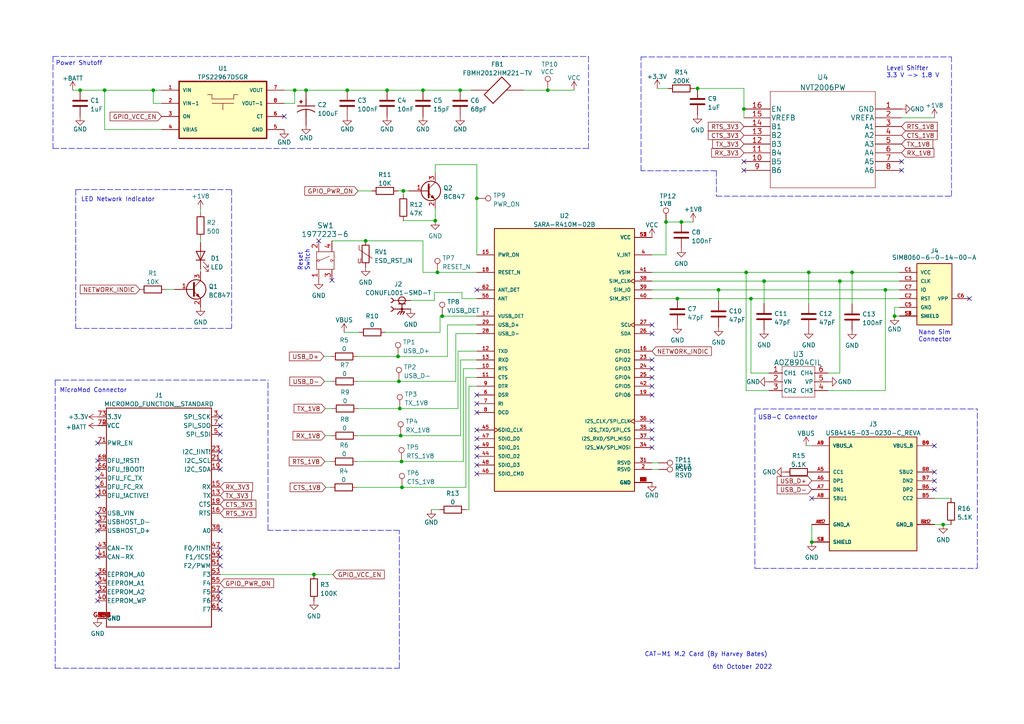
<source format=kicad_sch>
(kicad_sch (version 20211123) (generator eeschema)
  (paper "A4")
  (junction (at 116.967 55.372))
  (junction (at 208.407 84.074))
  (junction (at 106.045 69.85))
  (junction (at 158.877 26.162))
  (junction (at 115.697 110.617))
  (junction (at 85.471 26.162))
  (junction (at 116.205 126.365))
  (junction (at 126.238 64.008))
  (junction (at 128.27 91.694))
  (junction (at 23.241 26.162))
  (junction (at 234.569 78.994))
  (junction (at 235.458 157.226))
  (junction (at 126.873 78.994))
  (junction (at 273.558 152.146))
  (junction (at 133.477 26.162))
  (junction (at 243.586 81.534))
  (junction (at 44.45 26.162))
  (junction (at 196.469 86.614))
  (junction (at 122.682 26.162))
  (junction (at 202.311 25.654))
  (junction (at 100.711 26.162))
  (junction (at 91.059 166.624))
  (junction (at 197.612 64.389))
  (junction (at 116.459 133.858))
  (junction (at 193.167 64.389))
  (junction (at 115.443 103.378))
  (junction (at 30.353 26.162))
  (junction (at 138.303 57.531))
  (junction (at 115.951 118.491))
  (junction (at 215.773 31.623))
  (junction (at 259.461 91.694))
  (junction (at 217.805 86.614))
  (junction (at 247.142 78.994))
  (junction (at 216.408 78.994))
  (junction (at 256.794 84.074))
  (junction (at 88.773 26.162))
  (junction (at 112.268 26.162))
  (junction (at 116.586 141.351))
  (junction (at 221.615 81.534))
  (no_connect (at 215.773 49.403))
  (no_connect (at 215.773 46.863))
  (no_connect (at 261.493 49.403))
  (no_connect (at 261.493 46.863))
  (no_connect (at 235.458 144.526))
  (no_connect (at 138.303 84.074))
  (no_connect (at 189.103 104.394))
  (no_connect (at 189.103 114.554))
  (no_connect (at 189.103 106.934))
  (no_connect (at 189.103 109.474))
  (no_connect (at 63.881 136.144))
  (no_connect (at 63.881 133.604))
  (no_connect (at 63.881 125.984))
  (no_connect (at 63.881 120.904))
  (no_connect (at 63.881 123.444))
  (no_connect (at 63.881 131.064))
  (no_connect (at 28.321 128.524))
  (no_connect (at 28.321 133.604))
  (no_connect (at 63.881 161.544))
  (no_connect (at 63.881 176.784))
  (no_connect (at 63.881 164.084))
  (no_connect (at 63.881 159.004))
  (no_connect (at 63.881 153.924))
  (no_connect (at 189.103 94.234))
  (no_connect (at 92.456 69.85))
  (no_connect (at 96.266 81.28))
  (no_connect (at 189.103 122.174))
  (no_connect (at 189.103 124.714))
  (no_connect (at 189.103 127.254))
  (no_connect (at 189.103 129.794))
  (no_connect (at 281.178 86.614))
  (no_connect (at 63.881 174.244))
  (no_connect (at 63.881 171.704))
  (no_connect (at 189.103 96.774))
  (no_connect (at 138.303 132.334))
  (no_connect (at 138.303 124.714))
  (no_connect (at 138.303 134.874))
  (no_connect (at 138.303 129.794))
  (no_connect (at 138.303 127.254))
  (no_connect (at 138.303 137.414))
  (no_connect (at 189.103 112.014))
  (no_connect (at 28.321 148.844))
  (no_connect (at 28.321 153.924))
  (no_connect (at 28.321 143.764))
  (no_connect (at 28.321 151.384))
  (no_connect (at 28.321 169.164))
  (no_connect (at 28.321 171.704))
  (no_connect (at 28.321 174.244))
  (no_connect (at 28.321 141.224))
  (no_connect (at 28.321 136.144))
  (no_connect (at 28.321 138.684))
  (no_connect (at 28.321 161.544))
  (no_connect (at 28.321 159.004))
  (no_connect (at 28.321 166.624))
  (no_connect (at 138.303 114.554))
  (no_connect (at 138.303 117.094))
  (no_connect (at 138.303 119.634))
  (no_connect (at 271.018 136.906))
  (no_connect (at 271.018 139.446))
  (no_connect (at 271.018 129.286))
  (no_connect (at 271.018 141.986))
  (no_connect (at 82.423 33.782))
  (polyline (pts (xy 16.002 110.236) (xy 77.724 110.236)))
  (wire (pts (xy 126.873 78.994) (xy 122.682 78.994)))
  (wire (pts (xy 23.241 26.162) (xy 30.353 26.162)))
  (wire (pts (xy 116.205 126.365) (xy 133.604 126.365)))
  (wire (pts (xy 216.408 78.994) (xy 234.569 78.994)))
  (wire (pts (xy 103.759 126.365) (xy 116.205 126.365)))
  (polyline (pts (xy 275.971 56.896) (xy 275.971 16.51)))
  (wire (pts (xy 126.238 47.752) (xy 126.238 50.292)))
  (wire (pts (xy 119.126 87.122) (xy 125.984 87.122)))
  (wire (pts (xy 106.045 69.85) (xy 122.682 69.85)))
  (wire (pts (xy 189.103 73.914) (xy 193.167 73.914)))
  (polyline (pts (xy 21.971 54.991) (xy 21.971 95.25)))
  (polyline (pts (xy 207.772 49.53) (xy 185.928 49.53)))
  (wire (pts (xy 132.207 96.774) (xy 138.303 96.774)))
  (wire (pts (xy 216.408 78.994) (xy 216.408 113.284)))
  (wire (pts (xy 128.27 91.694) (xy 138.303 91.694)))
  (wire (pts (xy 126.238 47.752) (xy 138.303 47.752)))
  (wire (pts (xy 256.794 84.074) (xy 256.794 113.284)))
  (wire (pts (xy 158.877 26.162) (xy 166.497 26.162)))
  (wire (pts (xy 196.469 86.614) (xy 217.805 86.614)))
  (polyline (pts (xy 15.367 16.383) (xy 146.177 16.383)))
  (wire (pts (xy 234.569 78.994) (xy 234.569 88.011)))
  (wire (pts (xy 189.103 84.074) (xy 208.407 84.074)))
  (wire (pts (xy 125.984 84.836) (xy 133.985 84.836)))
  (wire (pts (xy 94.361 126.365) (xy 96.139 126.365)))
  (wire (pts (xy 256.794 84.074) (xy 260.858 84.074)))
  (wire (pts (xy 103.759 110.617) (xy 115.697 110.617)))
  (wire (pts (xy 116.586 141.351) (xy 135.128 141.351)))
  (wire (pts (xy 94.234 133.858) (xy 96.012 133.858)))
  (wire (pts (xy 208.407 84.074) (xy 208.407 87.249)))
  (wire (pts (xy 44.45 26.162) (xy 46.863 26.162)))
  (wire (pts (xy 189.103 136.144) (xy 191.008 136.144)))
  (wire (pts (xy 103.886 118.491) (xy 115.951 118.491)))
  (wire (pts (xy 58.166 69.215) (xy 58.166 70.358)))
  (wire (pts (xy 133.985 86.614) (xy 138.303 86.614)))
  (wire (pts (xy 134.366 133.858) (xy 134.366 106.934)))
  (wire (pts (xy 217.805 86.614) (xy 260.858 86.614)))
  (wire (pts (xy 138.303 73.914) (xy 138.303 57.531)))
  (polyline (pts (xy 115.824 153.797) (xy 77.724 153.797)))
  (wire (pts (xy 93.98 103.378) (xy 96.012 103.378)))
  (wire (pts (xy 125.095 147.828) (xy 127.508 147.828)))
  (polyline (pts (xy 207.772 56.896) (xy 275.971 56.896)))
  (polyline (pts (xy 218.948 118.618) (xy 283.464 118.618)))
  (wire (pts (xy 63.881 166.624) (xy 91.059 166.624)))
  (wire (pts (xy 46.863 29.972) (xy 44.45 29.972)))
  (polyline (pts (xy 15.367 16.383) (xy 15.367 43.053)))
  (wire (pts (xy 115.443 103.378) (xy 129.794 103.378)))
  (wire (pts (xy 189.103 81.534) (xy 221.615 81.534)))
  (wire (pts (xy 116.459 133.858) (xy 134.366 133.858)))
  (polyline (pts (xy 207.772 49.53) (xy 207.772 56.896)))
  (wire (pts (xy 216.408 113.284) (xy 223.012 113.284)))
  (wire (pts (xy 132.842 118.491) (xy 132.842 101.854)))
  (wire (pts (xy 201.422 25.654) (xy 202.311 25.654)))
  (polyline (pts (xy 67.183 54.991) (xy 67.183 95.25)))
  (polyline (pts (xy 21.971 95.25) (xy 67.183 95.25)))
  (polyline (pts (xy 170.688 16.383) (xy 170.688 43.053)))
  (polyline (pts (xy 185.928 16.51) (xy 275.971 16.51)))
  (wire (pts (xy 271.018 152.146) (xy 273.558 152.146)))
  (polyline (pts (xy 16.002 110.236) (xy 16.002 193.802)))
  (wire (pts (xy 100.711 26.162) (xy 112.268 26.162)))
  (wire (pts (xy 127.635 91.694) (xy 128.27 91.694)))
  (wire (pts (xy 85.471 29.972) (xy 85.471 26.162)))
  (wire (pts (xy 30.353 37.592) (xy 30.353 26.162)))
  (wire (pts (xy 208.407 84.074) (xy 256.794 84.074)))
  (wire (pts (xy 103.886 55.372) (xy 107.823 55.372)))
  (polyline (pts (xy 185.928 49.53) (xy 185.928 16.51)))
  (wire (pts (xy 261.493 34.163) (xy 271.018 34.163)))
  (polyline (pts (xy 283.464 164.846) (xy 283.464 118.618)))
  (wire (pts (xy 247.142 78.994) (xy 247.142 88.138)))
  (wire (pts (xy 94.488 141.351) (xy 95.885 141.351)))
  (wire (pts (xy 235.458 152.146) (xy 235.458 157.226)))
  (wire (pts (xy 189.103 134.239) (xy 191.008 134.239)))
  (wire (pts (xy 215.773 25.654) (xy 215.773 31.623)))
  (wire (pts (xy 233.807 129.286) (xy 235.458 129.286)))
  (wire (pts (xy 116.967 64.008) (xy 126.238 64.008)))
  (wire (pts (xy 103.505 141.351) (xy 116.586 141.351)))
  (wire (pts (xy 133.604 126.365) (xy 133.604 104.394)))
  (polyline (pts (xy 67.056 54.991) (xy 21.971 54.991)))
  (wire (pts (xy 243.586 81.534) (xy 260.858 81.534)))
  (wire (pts (xy 136.017 112.014) (xy 138.303 112.014)))
  (wire (pts (xy 122.682 78.994) (xy 122.682 69.85)))
  (wire (pts (xy 221.615 81.534) (xy 221.615 88.011)))
  (wire (pts (xy 190.627 25.654) (xy 193.802 25.654)))
  (wire (pts (xy 259.461 89.154) (xy 260.858 89.154)))
  (wire (pts (xy 111.76 96.393) (xy 127.635 96.393)))
  (wire (pts (xy 134.366 106.934) (xy 138.303 106.934)))
  (wire (pts (xy 132.207 110.617) (xy 132.207 96.774)))
  (wire (pts (xy 273.558 152.146) (xy 275.844 152.146)))
  (wire (pts (xy 133.985 84.836) (xy 133.985 86.614)))
  (wire (pts (xy 217.805 86.614) (xy 217.805 108.204)))
  (wire (pts (xy 271.018 144.526) (xy 275.844 144.526)))
  (wire (pts (xy 234.569 78.994) (xy 247.142 78.994)))
  (wire (pts (xy 217.805 108.204) (xy 223.012 108.204)))
  (polyline (pts (xy 16.002 193.802) (xy 115.824 193.802)))
  (wire (pts (xy 240.157 108.204) (xy 243.586 108.204)))
  (wire (pts (xy 21.082 26.162) (xy 23.241 26.162)))
  (wire (pts (xy 127.635 96.393) (xy 127.635 91.694)))
  (wire (pts (xy 133.604 104.394) (xy 138.303 104.394)))
  (polyline (pts (xy 15.367 43.053) (xy 146.177 43.053)))
  (polyline (pts (xy 115.824 193.802) (xy 115.824 153.797)))
  (wire (pts (xy 259.461 91.694) (xy 260.858 91.694)))
  (wire (pts (xy 202.311 25.654) (xy 215.773 25.654)))
  (wire (pts (xy 247.142 78.994) (xy 260.858 78.994)))
  (wire (pts (xy 116.967 55.372) (xy 118.618 55.372)))
  (wire (pts (xy 58.166 60.579) (xy 58.166 61.595)))
  (wire (pts (xy 44.45 29.972) (xy 44.45 26.162)))
  (wire (pts (xy 221.615 81.534) (xy 243.586 81.534)))
  (wire (pts (xy 135.128 141.351) (xy 135.128 109.474)))
  (wire (pts (xy 82.423 29.972) (xy 85.471 29.972)))
  (wire (pts (xy 96.266 69.85) (xy 106.045 69.85)))
  (polyline (pts (xy 218.948 118.618) (xy 218.948 164.846)))
  (polyline (pts (xy 170.688 43.053) (xy 161.29 43.053)))
  (wire (pts (xy 94.361 118.491) (xy 96.266 118.491)))
  (wire (pts (xy 30.353 37.592) (xy 46.863 37.592)))
  (wire (pts (xy 82.423 26.162) (xy 85.471 26.162)))
  (wire (pts (xy 256.794 113.284) (xy 240.157 113.284)))
  (wire (pts (xy 215.773 31.623) (xy 215.773 34.163)))
  (wire (pts (xy 133.477 26.162) (xy 136.652 26.162)))
  (wire (pts (xy 99.822 96.393) (xy 104.14 96.393)))
  (wire (pts (xy 151.892 26.162) (xy 158.877 26.162)))
  (wire (pts (xy 129.794 103.378) (xy 129.794 94.234)))
  (polyline (pts (xy 145.669 16.383) (xy 161.29 16.383)))
  (wire (pts (xy 115.951 118.491) (xy 132.842 118.491)))
  (wire (pts (xy 193.167 64.389) (xy 197.612 64.389)))
  (wire (pts (xy 138.303 57.531) (xy 138.303 47.752)))
  (polyline (pts (xy 161.417 16.383) (xy 170.688 16.383)))
  (wire (pts (xy 122.682 26.162) (xy 133.477 26.162)))
  (wire (pts (xy 103.632 103.378) (xy 115.443 103.378)))
  (wire (pts (xy 138.303 78.994) (xy 126.873 78.994)))
  (polyline (pts (xy 77.724 153.797) (xy 77.724 110.236)))
  (wire (pts (xy 259.461 89.154) (xy 259.461 91.694)))
  (wire (pts (xy 193.167 64.389) (xy 193.167 73.914)))
  (polyline (pts (xy 161.29 43.053) (xy 145.669 43.053)))
  (wire (pts (xy 129.794 94.234) (xy 138.303 94.234)))
  (wire (pts (xy 125.984 87.122) (xy 125.984 84.836)))
  (wire (pts (xy 115.443 55.372) (xy 116.967 55.372)))
  (wire (pts (xy 88.773 26.162) (xy 100.711 26.162)))
  (wire (pts (xy 126.238 64.008) (xy 126.238 60.452)))
  (wire (pts (xy 91.059 166.624) (xy 96.52 166.624)))
  (wire (pts (xy 48.133 83.947) (xy 50.546 83.947)))
  (wire (pts (xy 132.842 101.854) (xy 138.303 101.854)))
  (wire (pts (xy 197.612 64.389) (xy 201.041 64.389)))
  (wire (pts (xy 85.471 26.162) (xy 88.773 26.162)))
  (wire (pts (xy 58.166 77.978) (xy 58.166 78.867)))
  (polyline (pts (xy 218.948 164.846) (xy 283.464 164.846)))
  (wire (pts (xy 30.353 26.162) (xy 44.45 26.162)))
  (wire (pts (xy 135.128 147.828) (xy 136.017 147.828)))
  (wire (pts (xy 243.586 81.534) (xy 243.586 108.204)))
  (wire (pts (xy 189.103 78.994) (xy 216.408 78.994)))
  (wire (pts (xy 189.103 86.614) (xy 196.469 86.614)))
  (wire (pts (xy 136.017 147.828) (xy 136.017 112.014)))
  (wire (pts (xy 112.268 26.162) (xy 122.682 26.162)))
  (wire (pts (xy 94.107 110.617) (xy 96.139 110.617)))
  (wire (pts (xy 103.632 133.858) (xy 116.459 133.858)))
  (wire (pts (xy 135.128 109.474) (xy 138.303 109.474)))
  (wire (pts (xy 115.697 110.617) (xy 132.207 110.617)))
  (wire (pts (xy 116.967 55.372) (xy 116.967 56.388)))
  (text "MicroMod Connector" (at 17.272 114.046 0) (effects (font (size 1.27 1.27)) (justify left bottom)))
  (text "LED Network Indicator" (at 23.495 58.674 0) (effects (font (size 1.27 1.27)) (justify left bottom)))
  (text "Nano Sim \nConnector" (at 266.319 99.314 0) (effects (font (size 1.27 1.27)) (justify left bottom)))
  (text "USB-C Connector" (at 219.837 121.92 0) (effects (font (size 1.27 1.27)) (justify left bottom)))
  (text "CAT-M1 M.2 Card (By Harvey Bates)" (at 186.944 190.627 0) (effects (font (size 1.27 1.27)) (justify left bottom)))
  (text "6th October 2022" (at 206.629 194.31 0) (effects (font (size 1.27 1.27)) (justify left bottom)))
  (text "Reset\nSwitch" (at 89.916 78.613 90) (effects (font (size 1.27 1.27)) (justify left bottom)))
  (text "Level Shifter\n3.3 V -> 1.8 V" (at 257.048 22.733 0) (effects (font (size 1.27 1.27)) (justify left bottom)))
  (text "Power Shutoff" (at 16.129 19.177 0) (effects (font (size 1.27 1.27)) (justify left bottom)))
  (global_label "GPIO_VCC_EN" (shape input) (at 96.52 166.624 0) (property "Intersheet References" "${INTERSHEET_REFS}" (effects hide)))
  (global_label "TX_3V3" (shape input) (at 63.881 143.764 0) (property "Intersheet References" "${INTERSHEET_REFS}" (effects hide)))
  (global_label "RX_1V8" (shape input) (at 94.361 126.365 180) (property "Intersheet References" "${INTERSHEET_REFS}" (effects hide)))
  (global_label "TX_3V3" (shape input) (at 215.773 41.783 180) (property "Intersheet References" "${INTERSHEET_REFS}" (effects hide)))
  (global_label "CTS_3V3" (shape input) (at 63.881 146.304 0) (property "Intersheet References" "${INTERSHEET_REFS}" (effects hide)))
  (global_label "NETWORK_INDIC" (shape input) (at 40.513 83.947 180) (property "Intersheet References" "${INTERSHEET_REFS}" (effects hide)))
  (global_label "USB_D-" (shape input) (at 94.107 110.617 180) (property "Intersheet References" "${INTERSHEET_REFS}" (effects hide)))
  (global_label "GPIO_PWR_ON" (shape input) (at 63.881 169.164 0) (property "Intersheet References" "${INTERSHEET_REFS}" (effects hide)))
  (global_label "RTS_1V8" (shape input) (at 94.234 133.858 180) (property "Intersheet References" "${INTERSHEET_REFS}" (effects hide)))
  (global_label "RX_3V3" (shape input) (at 215.773 44.323 180) (property "Intersheet References" "${INTERSHEET_REFS}" (effects hide)))
  (global_label "RTS_3V3" (shape input) (at 215.773 36.703 180) (property "Intersheet References" "${INTERSHEET_REFS}" (effects hide)))
  (global_label "NETWORK_INDIC" (shape input) (at 189.103 101.854 0) (property "Intersheet References" "${INTERSHEET_REFS}" (effects hide)))
  (global_label "USB_D-" (shape input) (at 235.458 141.986 180) (property "Intersheet References" "${INTERSHEET_REFS}" (effects hide)))
  (global_label "CTS_1V8" (shape input) (at 94.488 141.351 180) (property "Intersheet References" "${INTERSHEET_REFS}" (effects hide)))
  (global_label "TX_1V8" (shape input) (at 261.493 41.783 0) (property "Intersheet References" "${INTERSHEET_REFS}" (effects hide)))
  (global_label "USB_D+" (shape input) (at 235.458 139.446 180) (property "Intersheet References" "${INTERSHEET_REFS}" (effects hide)))
  (global_label "TX_1V8" (shape input) (at 94.361 118.491 180) (property "Intersheet References" "${INTERSHEET_REFS}" (effects hide)))
  (global_label "RTS_3V3" (shape input) (at 63.881 148.844 0) (property "Intersheet References" "${INTERSHEET_REFS}" (effects hide)))
  (global_label "RX_3V3" (shape input) (at 63.881 141.224 0) (property "Intersheet References" "${INTERSHEET_REFS}" (effects hide)))
  (global_label "GPIO_VCC_EN" (shape input) (at 46.863 33.782 180) (property "Intersheet References" "${INTERSHEET_REFS}" (effects hide)))
  (global_label "GPIO_PWR_ON" (shape input) (at 103.886 55.372 180) (property "Intersheet References" "${INTERSHEET_REFS}" (effects hide)))
  (global_label "USB_D+" (shape input) (at 93.98 103.378 180) (property "Intersheet References" "${INTERSHEET_REFS}" (effects hide)))
  (global_label "CTS_1V8" (shape input) (at 261.493 39.243 0) (property "Intersheet References" "${INTERSHEET_REFS}" (effects hide)))
  (global_label "RTS_1V8" (shape input) (at 261.493 36.703 0) (property "Intersheet References" "${INTERSHEET_REFS}" (effects hide)))
  (global_label "CTS_3V3" (shape input) (at 215.773 39.243 180) (property "Intersheet References" "${INTERSHEET_REFS}" (effects hide)))
  (global_label "RX_1V8" (shape input) (at 261.493 44.323 0) (property "Intersheet References" "${INTERSHEET_REFS}" (effects hide)))
  (symbol (lib_id "power:GND") (at 106.045 77.47 0) (unit 1)
    (property "Reference" "#PWR014" (effects hide))
    (property "Value" "GND" (at 106.045 81.9134 0))
  )
  (symbol (lib_id "power:GND") (at 100.711 33.782 0) (unit 1)
    (property "Reference" "#PWR013" (effects hide))
    (property "Value" "GND" (at 102.743 37.465 0) (effects (justify right)))
  )
  (symbol (lib_id "power:GND") (at 58.166 89.027 0) (unit 1)
    (property "Reference" "#PWR07" (effects hide))
    (property "Value" "GND" (at 58.166 93.4704 0))
  )
  (symbol (lib_id "power:GND") (at 197.612 72.009 0) (unit 1)
    (property "Reference" "#PWR026" (effects hide))
    (property "Value" "GND" (at 197.612 76.4524 0))
  )
  (symbol (lib_id "Connector:TestPoint") (at 116.205 126.365 0) (unit 1)
    (property "Reference" "TP4" (at 117.602 122.2283 0) (effects (justify left)))
    (property "Value" "RX_1V8" (at 117.602 124.7652 0) (effects (justify left)))
    (property "Footprint" "TestPoint:TestPoint_Pad_D1.0mm" (effects hide))
  )
  (symbol (lib_id "Device:R") (at 131.318 147.828 90) (unit 1)
    (property "Reference" "R13" (at 131.318 143.1122 90))
    (property "Value" "0" (at 131.318 145.6491 90))
    (property "Footprint" "Resistor_SMD:R_0805_2012Metric" (effects hide))
  )
  (symbol (lib_id "power:VCC") (at 166.497 26.162 0) (unit 1)
    (property "Reference" "#PWR021" (effects hide))
    (property "Value" "VCC" (at 166.497 22.5862 0))
  )
  (symbol (lib_id "SIM8060-6-0-14-00-A:SIM8060-6-0-14-00-A") (at 271.018 84.074 0) (unit 1)
    (property "Reference" "J4" (at 269.875 72.771 0) (effects (justify left)))
    (property "Value" "SIM8060-6-0-14-00-A" (at 258.699 74.676 0) (effects (justify left)))
    (property "Footprint" "SIM8060-6-0-14-00-A:GCT_SIM8060-6-0-14-00-A" (effects hide))
    (property "DESCRIPTION" "SIM8060 is a hinged Sim Card Connector. With 6 contacts, with switch for card detection. Profile above PCB is 1.43mm." (effects hide))
    (property "PACKAGE" "Package Analog Devices" (effects hide))
    (property "MF" "Global Connector Technology" (effects hide))
    (property "MP" "SIM8060-6-0-14-00-A" (effects hide))
  )
  (symbol (lib_id "Connector:TestPoint") (at 193.167 64.389 0) (unit 1)
    (property "Reference" "TP12" (at 191.262 56.896 0) (effects (justify left)))
    (property "Value" "1V8" (at 191.135 59.055 0) (effects (justify left)))
    (property "Footprint" "TestPoint:TestPoint_Pad_D1.0mm" (effects hide))
  )
  (symbol (lib_id "power:+3.3V") (at 28.321 120.904 90) (unit 1)
    (property "Reference" "#PWR03" (effects hide))
    (property "Value" "+3.3V" (at 25.654 120.904 90) (effects (justify left)))
  )
  (symbol (lib_id "Device:R") (at 44.323 83.947 270) (unit 1)
    (property "Reference" "R1" (at 44.323 79.2312 90))
    (property "Value" "10K" (at 44.323 81.7681 90))
    (property "Footprint" "Resistor_SMD:R_0805_2012Metric" (effects hide))
  )
  (symbol (lib_id "power:VBUS") (at 233.807 129.286 0) (unit 1)
    (property "Reference" "#PWR033" (effects hide))
    (property "Value" "VBUS" (at 233.807 125.7102 0))
  )
  (symbol (lib_id "Transistor_BJT:BC847") (at 55.626 83.947 0) (unit 1)
    (property "Reference" "Q1" (at 60.4774 83.1123 0) (effects (justify left)))
    (property "Value" "BC847" (at 60.4774 85.6492 0) (effects (justify left)))
    (property "Footprint" "Package_TO_SOT_SMD:SOT-23" (effects hide))
    (property "Datasheet" "http://www.infineon.com/dgdl/Infineon-BC847SERIES_BC848SERIES_BC849SERIES_BC850SERIES-DS-v01_01-en.pdf?fileId=db3a304314dca389011541d4630a1657" (effects hide))
  )
  (symbol (lib_id "power:VCC") (at 189.103 68.834 0) (unit 1)
    (property "Reference" "#PWR022" (effects hide))
    (property "Value" "VCC" (at 189.103 65.2582 0))
  )
  (symbol (lib_id "Device:C") (at 234.569 91.821 0) (unit 1)
    (property "Reference" "C12" (at 237.49 90.9863 0) (effects (justify left)))
    (property "Value" "47pF" (at 237.49 93.5232 0) (effects (justify left)))
    (property "Footprint" "Capacitor_SMD:C_0805_2012Metric" (effects hide))
  )
  (symbol (lib_id "Micromod:MICROMOD_FUNCTION__STANDARD") (at 46.101 146.304 0) (unit 1)
    (property "Reference" "J1" (at 46.101 114.6642 0))
    (property "Value" "MICROMOD_FUNCTION__STANDARD" (at 46.101 117.2011 0))
    (property "Footprint" "Micromod:M.2-CARD-E-22_FUNCTION_STANDARD" (effects hide))
  )
  (symbol (lib_id "Device:C") (at 100.711 29.972 0) (unit 1)
    (property "Reference" "C3" (at 103.632 29.1373 0) (effects (justify left)))
    (property "Value" "100nF" (at 103.632 31.6742 0) (effects (justify left)))
    (property "Footprint" "Capacitor_SMD:C_0805_2012Metric" (effects hide))
  )
  (symbol (lib_id "power:GND") (at 202.311 33.274 0) (unit 1)
    (property "Reference" "#PWR028" (effects hide))
    (property "Value" "GND" (at 202.311 37.7174 0))
  )
  (symbol (lib_id "Device:R") (at 99.695 141.351 90) (unit 1)
    (property "Reference" "R4" (at 99.695 136.6352 90))
    (property "Value" "0" (at 99.695 139.1721 90))
    (property "Footprint" "Resistor_SMD:R_0805_2012Metric" (effects hide))
  )
  (symbol (lib_id "SARA-R410M-02B:SARA-R410M-02B") (at 163.703 104.394 0) (unit 1)
    (property "Reference" "U2" (at 163.703 62.5942 0))
    (property "Value" "SARA-R410M-02B" (at 163.703 65.1311 0))
    (property "Footprint" "SARA-R410M-02B:XCVR_SARA-R410M-02B" (effects hide))
    (property "STANDARD" "Manufacturer Recommendations" (effects hide))
    (property "PARTREV" "R20" (effects hide))
    (property "MANUFACTURER" "U-Blox" (effects hide))
    (property "MAXIMUM_PACKAGE_HEIGHT" "2.78 mm" (effects hide))
  )
  (symbol (lib_id "Device:R") (at 99.949 126.365 90) (unit 1)
    (property "Reference" "R8" (at 99.949 121.6492 90))
    (property "Value" "0" (at 99.949 124.1861 90))
    (property "Footprint" "Resistor_SMD:R_0805_2012Metric" (effects hide))
  )
  (symbol (lib_id "power:+1V8") (at 201.041 64.389 0) (unit 1)
    (property "Reference" "#PWR027" (effects hide))
    (property "Value" "+1V8" (at 198.374 60.706 0) (effects (justify left)))
  )
  (symbol (lib_id "power:GND") (at 208.407 94.869 0) (unit 1)
    (property "Reference" "#PWR029" (effects hide))
    (property "Value" "GND" (at 208.407 99.3124 0))
  )
  (symbol (lib_id "Connector:TestPoint") (at 126.873 78.994 0) (unit 1)
    (property "Reference" "TP7" (at 128.27 74.8573 0) (effects (justify left)))
    (property "Value" "RESET_N" (at 128.27 77.3942 0) (effects (justify left)))
    (property "Footprint" "TestPoint:TestPoint_Pad_D1.0mm" (effects hide))
  )
  (symbol (lib_id "power:GND") (at 261.493 31.623 90) (unit 1)
    (property "Reference" "#PWR040" (effects hide))
    (property "Value" "GND" (at 264.033 31.623 90) (effects (justify right)))
  )
  (symbol (lib_id "Device:R") (at 91.059 170.434 180) (unit 1)
    (property "Reference" "R3" (at 92.837 169.5993 0) (effects (justify right)))
    (property "Value" "100K" (at 92.837 172.1362 0) (effects (justify right)))
    (property "Footprint" "Resistor_SMD:R_0805_2012Metric" (effects hide))
  )
  (symbol (lib_id "Device:R") (at 231.648 136.906 90) (unit 1)
    (property "Reference" "R15" (at 231.648 132.1902 90))
    (property "Value" "5.1K" (at 231.648 134.7271 90))
    (property "Footprint" "Resistor_SMD:R_0805_2012Metric" (effects hide))
  )
  (symbol (lib_id "power:GND") (at 273.558 152.146 0) (unit 1)
    (property "Reference" "#PWR042" (effects hide))
    (property "Value" "GND" (at 273.558 156.5894 0))
  )
  (symbol (lib_id "Connector:TestPoint") (at 128.27 91.694 0) (unit 1)
    (property "Reference" "TP8" (at 129.667 87.5573 0) (effects (justify left)))
    (property "Value" "VUSB_DET" (at 129.667 90.0942 0) (effects (justify left)))
    (property "Footprint" "TestPoint:TestPoint_Pad_D1.0mm" (effects hide))
  )
  (symbol (lib_id "power:GND") (at 234.569 95.631 0) (unit 1)
    (property "Reference" "#PWR034" (effects hide))
    (property "Value" "GND" (at 234.569 100.0744 0))
  )
  (symbol (lib_id "power:+1V8") (at 271.018 34.163 0) (unit 1)
    (property "Reference" "#PWR041" (effects hide))
    (property "Value" "+1V8" (at 271.018 30.5872 0))
  )
  (symbol (lib_id "power:GND") (at 247.142 95.758 0) (unit 1)
    (property "Reference" "#PWR038" (effects hide))
    (property "Value" "GND" (at 247.142 100.2014 0))
  )
  (symbol (lib_id "power:+1V8") (at 58.166 60.579 0) (unit 1)
    (property "Reference" "#PWR0101" (effects hide))
    (property "Value" "+1V8" (at 55.499 56.896 0) (effects (justify left)))
  )
  (symbol (lib_id "power:GND") (at 82.423 37.592 0) (unit 1)
    (property "Reference" "#PWR08" (effects hide))
    (property "Value" "GND" (at 84.455 41.275 0) (effects (justify right)))
  )
  (symbol (lib_id "Connector:TestPoint") (at 115.697 110.617 0) (unit 1)
    (property "Reference" "TP2" (at 117.094 106.4803 0) (effects (justify left)))
    (property "Value" "USB_D-" (at 117.094 109.0172 0) (effects (justify left)))
    (property "Footprint" "TestPoint:TestPoint_Pad_D1.0mm" (effects hide))
  )
  (symbol (lib_id "Connector:TestPoint") (at 191.008 134.239 270) (unit 1)
    (property "Reference" "TP11" (at 195.707 133.4043 90) (effects (justify left)))
    (property "Value" "RSVD" (at 195.707 135.9412 90) (effects (justify left)))
    (property "Footprint" "TestPoint:TestPoint_Pad_D1.0mm" (effects hide))
  )
  (symbol (lib_id "Device:C") (at 122.682 29.972 0) (unit 1)
    (property "Reference" "C5" (at 125.603 29.1373 0) (effects (justify left)))
    (property "Value" "15pF" (at 125.603 31.6742 0) (effects (justify left)))
    (property "Footprint" "Capacitor_SMD:C_0805_2012Metric" (effects hide))
  )
  (symbol (lib_id "Device:Varistor") (at 106.045 73.66 0) (unit 1)
    (property "Reference" "RV1" (at 108.585 73.0785 0) (effects (justify left)))
    (property "Value" "ESD_RST_IN" (at 108.585 75.6154 0) (effects (justify left)))
    (property "Footprint" "Resistor_SMD:R_0805_2012Metric" (effects hide))
    (property "Component" "VC080518A400DP" (effects hide))
  )
  (symbol (lib_id "T520B107M006ATE015:T520B107M006ATE015") (at 88.773 31.242 270) (unit 1)
    (property "Reference" "C2" (at 92.075 30.4073 90) (effects (justify left)))
    (property "Value" "100uF" (at 92.075 32.9442 90) (effects (justify left)))
    (property "Footprint" "T520B107M006ATE015:CAPPM3528X210N" (effects hide))
    (property "STANDARD" "IPC-7351B" (effects hide))
    (property "MANUFACTURER" "KEMET" (effects hide))
  )
  (symbol (lib_id "power:GND") (at 133.477 33.782 0) (unit 1)
    (property "Reference" "#PWR020" (effects hide))
    (property "Value" "GND" (at 135.509 37.465 0) (effects (justify right)))
  )
  (symbol (lib_id "Device:C") (at 197.612 68.199 0) (unit 1)
    (property "Reference" "C8" (at 200.533 67.3643 0) (effects (justify left)))
    (property "Value" "100nF" (at 200.533 69.9012 0) (effects (justify left)))
    (property "Footprint" "Capacitor_SMD:C_0805_2012Metric" (effects hide))
  )
  (symbol (lib_id "Device:C") (at 221.615 91.821 0) (unit 1)
    (property "Reference" "C11" (at 224.536 90.9863 0) (effects (justify left)))
    (property "Value" "47pF" (at 224.536 93.5232 0) (effects (justify left)))
    (property "Footprint" "Capacitor_SMD:C_0805_2012Metric" (effects hide))
  )
  (symbol (lib_id "AOZ8904CIL:AOZ8904CIL") (at 219.202 108.204 0) (unit 1)
    (property "Reference" "U3" (at 231.521 102.743 0) (effects (font (size 1.524 1.524))))
    (property "Value" "AOZ8904CIL" (at 231.394 105.156 0) (effects (font (size 1.524 1.524))))
    (property "Footprint" "AOZ8904CIL:AOZ8904CIL" (effects hide))
  )
  (symbol (lib_id "Connector:TestPoint") (at 138.303 57.531 270) (unit 1)
    (property "Reference" "TP9" (at 143.002 56.6963 90) (effects (justify left)))
    (property "Value" "PWR_ON" (at 143.002 59.2332 90) (effects (justify left)))
    (property "Footprint" "TestPoint:TestPoint_Pad_D1.0mm" (effects hide))
  )
  (symbol (lib_id "FBMH2012HM221-TV:FBMH2012HM221-TV") (at 144.272 26.162 0) (unit 1)
    (property "Reference" "FB1" (at 144.272 18.6522 0))
    (property "Value" "FBMH2012HM221-TV" (at 144.272 21.1891 0))
    (property "Footprint" "FBMH2012HM221-TV:BEADC2012X105N" (effects hide))
  )
  (symbol (lib_id "Device:C") (at 112.268 29.972 0) (unit 1)
    (property "Reference" "C4" (at 115.189 29.1373 0) (effects (justify left)))
    (property "Value" "10nF" (at 115.189 31.6742 0) (effects (justify left)))
    (property "Footprint" "Capacitor_SMD:C_0805_2012Metric" (effects hide))
  )
  (symbol (lib_id "Device:C") (at 196.469 90.424 0) (unit 1)
    (property "Reference" "C7" (at 199.39 89.5893 0) (effects (justify left)))
    (property "Value" "47pF" (at 199.39 92.1262 0) (effects (justify left)))
    (property "Footprint" "Capacitor_SMD:C_0805_2012Metric" (effects hide))
  )
  (symbol (lib_id "NVT2006PW:NVT2006PW") (at 261.493 31.623 0) (mirror y) (unit 1)
    (property "Reference" "U4" (at 238.633 22.3954 0) (effects (font (size 1.524 1.524))))
    (property "Value" "NVT2006PW" (at 238.633 25.3888 0) (effects (font (size 1.524 1.524))))
    (property "Footprint" "NVT2006PW:NVT2006PW" (effects hide))
  )
  (symbol (lib_id "power:GND") (at 91.059 174.244 0) (unit 1)
    (property "Reference" "#PWR010" (effects hide))
    (property "Value" "GND" (at 91.059 178.6874 0))
  )
  (symbol (lib_id "CONUFL001-SMD-T:CONUFL001-SMD-T") (at 116.586 89.662 0) (unit 1)
    (property "Reference" "J2" (at 115.5065 82.4062 0))
    (property "Value" "CONUFL001-SMD-T" (at 115.5065 84.9431 0))
    (property "Footprint" "CONUFL001-SMD-T:LINX_CONUFL001-SMD-T" (effects hide))
    (property "PARTREV" "B" (effects hide))
    (property "STANDARD" "Manufacturer Recommendations" (effects hide))
    (property "MANUFACTURER" "Linx Technologies" (effects hide))
  )
  (symbol (lib_id "Connector:TestPoint") (at 116.586 141.351 0) (unit 1)
    (property "Reference" "TP6" (at 117.983 137.2143 0) (effects (justify left)))
    (property "Value" "CTS_1V8" (at 117.983 139.7512 0) (effects (justify left)))
    (property "Footprint" "TestPoint:TestPoint_Pad_D1.0mm" (effects hide))
  )
  (symbol (lib_id "Connector:TestPoint") (at 158.877 26.162 0) (unit 1)
    (property "Reference" "TP10" (at 156.972 18.669 0) (effects (justify left)))
    (property "Value" "VCC" (at 156.845 20.828 0) (effects (justify left)))
    (property "Footprint" "TestPoint:TestPoint_Pad_D1.0mm" (effects hide))
  )
  (symbol (lib_id "Device:LED") (at 58.166 74.168 90) (unit 1)
    (property "Reference" "D1" (at 61.087 74.9208 90) (effects (justify right)))
    (property "Value" "LED" (at 61.087 77.4577 90) (effects (justify right)))
    (property "Footprint" "Capacitor_SMD:C_0805_2012Metric" (effects hide))
  )
  (symbol (lib_id "Device:R") (at 275.844 148.336 180) (unit 1)
    (property "Reference" "R16" (at 277.622 147.5013 0) (effects (justify right)))
    (property "Value" "5.1K" (at 277.622 150.0382 0) (effects (justify right)))
    (property "Footprint" "Resistor_SMD:R_0805_2012Metric" (effects hide))
  )
  (symbol (lib_id "power:GND") (at 126.238 64.008 0) (unit 1)
    (property "Reference" "#PWR019" (effects hide))
    (property "Value" "GND" (at 126.238 68.4514 0))
  )
  (symbol (lib_id "power:VBUS") (at 99.822 96.393 0) (unit 1)
    (property "Reference" "#PWR012" (effects hide))
    (property "Value" "VBUS" (at 99.822 92.8172 0))
  )
  (symbol (lib_id "Device:C") (at 247.142 91.948 0) (unit 1)
    (property "Reference" "C13" (at 250.063 91.1133 0) (effects (justify left)))
    (property "Value" "100nF" (at 250.063 93.6502 0) (effects (justify left)))
    (property "Footprint" "Capacitor_SMD:C_0805_2012Metric" (effects hide))
  )
  (symbol (lib_id "power:GND") (at 28.321 179.324 0) (unit 1)
    (property "Reference" "#PWR05" (effects hide))
    (property "Value" "GND" (at 28.321 183.7674 0))
  )
  (symbol (lib_id "power:+BATT") (at 21.082 26.162 0) (unit 1)
    (property "Reference" "#PWR01" (effects hide))
    (property "Value" "+BATT" (at 18.034 22.733 0) (effects (justify left)))
  )
  (symbol (lib_id "power:+BATT") (at 28.321 123.444 90) (unit 1)
    (property "Reference" "#PWR04" (effects hide))
    (property "Value" "+BATT" (at 25.146 123.8778 90) (effects (justify left)))
  )
  (symbol (lib_id "power:GND") (at 125.095 147.828 0) (unit 1)
    (property "Reference" "#PWR018" (effects hide))
    (property "Value" "GND" (at 127.127 151.511 0) (effects (justify right)))
  )
  (symbol (lib_id "Connector:TestPoint") (at 191.008 136.144 270) (unit 1)
    (property "Reference" "TP13" (at 195.707 135.3093 90) (effects (justify left)))
    (property "Value" "RSVD" (at 195.707 137.8462 90) (effects (justify left)))
    (property "Footprint" "TestPoint:TestPoint_Pad_D1.0mm" (effects hide))
  )
  (symbol (lib_id "power:GND") (at 235.458 157.226 0) (unit 1)
    (property "Reference" "#PWR036" (effects hide))
    (property "Value" "GND" (at 235.458 161.6694 0))
  )
  (symbol (lib_id "Device:R") (at 111.633 55.372 90) (unit 1)
    (property "Reference" "R11" (at 111.633 50.6562 90))
    (property "Value" "10K" (at 111.633 53.1931 90))
    (property "Footprint" "Resistor_SMD:R_0805_2012Metric" (effects hide))
  )
  (symbol (lib_id "power:GND") (at 196.469 94.234 0) (unit 1)
    (property "Reference" "#PWR025" (effects hide))
    (property "Value" "GND" (at 196.469 98.6774 0))
  )
  (symbol (lib_id "power:GND") (at 92.456 81.28 0) (unit 1)
    (property "Reference" "#PWR011" (effects hide))
    (property "Value" "GND" (at 92.456 85.7234 0))
  )
  (symbol (lib_id "power:GND") (at 23.241 33.782 0) (unit 1)
    (property "Reference" "#PWR02" (effects hide))
    (property "Value" "GND" (at 25.273 37.465 0) (effects (justify right)))
  )
  (symbol (lib_id "Device:R") (at 99.822 103.378 90) (unit 1)
    (property "Reference" "R5" (at 99.822 98.6622 90))
    (property "Value" "0" (at 99.822 101.1991 90))
    (property "Footprint" "Resistor_SMD:R_0805_2012Metric" (effects hide))
  )
  (symbol (lib_id "power:GND") (at 227.838 136.906 270) (unit 1)
    (property "Reference" "#PWR032" (effects hide))
    (property "Value" "GND" (at 221.107 136.906 90) (effects (justify left)))
  )
  (symbol (lib_id "Connector:TestPoint") (at 116.459 133.858 0) (unit 1)
    (property "Reference" "TP5" (at 117.856 129.7213 0) (effects (justify left)))
    (property "Value" "RTS_1V8" (at 117.856 132.2582 0) (effects (justify left)))
    (property "Footprint" "TestPoint:TestPoint_Pad_D1.0mm" (effects hide))
  )
  (symbol (lib_id "Connector:TestPoint") (at 115.443 103.378 0) (unit 1)
    (property "Reference" "TP1" (at 116.84 99.2413 0) (effects (justify left)))
    (property "Value" "USB_D+" (at 116.84 101.7782 0) (effects (justify left)))
    (property "Footprint" "TestPoint:TestPoint_Pad_D1.0mm" (effects hide))
  )
  (symbol (lib_id "Device:R") (at 100.076 118.491 90) (unit 1)
    (property "Reference" "R9" (at 100.076 113.7752 90))
    (property "Value" "0" (at 100.076 116.3121 90))
    (property "Footprint" "Resistor_SMD:R_0805_2012Metric" (effects hide))
  )
  (symbol (lib_id "Device:R") (at 107.95 96.393 90) (unit 1)
    (property "Reference" "R10" (at 107.95 91.6772 90))
    (property "Value" "0" (at 107.95 94.2141 90))
    (property "Footprint" "Resistor_SMD:R_0805_2012Metric" (effects hide))
  )
  (symbol (lib_id "2022-10-04_00-56-22:1977223-6") (at 95.631 95.885 90) (unit 1)
    (property "Reference" "SW1" (at 91.948 65.405 90) (effects (font (size 1.524 1.524)) (justify right)))
    (property "Value" "1977223-6" (at 87.376 67.945 90) (effects (font (size 1.524 1.524)) (justify right)))
    (property "Footprint" "footprints:1977223-6" (effects hide))
  )
  (symbol (lib_id "power:+3.3V") (at 190.627 25.654 0) (unit 1)
    (property "Reference" "#PWR024" (effects hide))
    (property "Value" "+3.3V" (at 187.579 22.225 0) (effects (justify left)))
  )
  (symbol (lib_id "power:GND") (at 88.773 36.322 0) (unit 1)
    (property "Reference" "#PWR09" (effects hide))
    (property "Value" "GND" (at 90.805 40.005 0) (effects (justify right)))
  )
  (symbol (lib_id "power:GND") (at 119.126 89.662 0) (unit 1)
    (property "Reference" "#PWR016" (effects hide))
    (property "Value" "GND" (at 119.126 94.1054 0))
  )
  (symbol (lib_id "Connector:TestPoint") (at 115.951 118.491 0) (unit 1)
    (property "Reference" "TP3" (at 117.348 114.3543 0) (effects (justify left)))
    (property "Value" "TX_1V8" (at 117.348 116.8912 0) (effects (justify left)))
    (property "Footprint" "TestPoint:TestPoint_Pad_D1.0mm" (effects hide))
  )
  (symbol (lib_id "TPS22967DSGR:TPS22967DSGR") (at 64.643 36.322 0) (unit 1)
    (property "Reference" "U1" (at 64.643 19.846 0))
    (property "Value" "TPS22967DSGR" (at 64.643 22.3829 0))
    (property "Footprint" "TPS22967DSGR:SON50P200X200X80-9N" (effects hide))
  )
  (symbol (lib_id "Device:C") (at 202.311 29.464 0) (unit 1)
    (property "Reference" "C9" (at 205.232 28.6293 0) (effects (justify left)))
    (property "Value" "1uF" (at 205.232 31.1662 0) (effects (justify left)))
    (property "Footprint" "Capacitor_SMD:C_0805_2012Metric" (effects hide))
  )
  (symbol (lib_id "power:GND") (at 221.615 95.631 0) (unit 1)
    (property "Reference" "#PWR030" (effects hide))
    (property "Value" "GND" (at 221.615 100.0744 0))
  )
  (symbol (lib_id "Device:R") (at 99.949 110.617 90) (unit 1)
    (property "Reference" "R7" (at 99.949 105.9012 90))
    (property "Value" "0" (at 99.949 108.4381 90))
    (property "Footprint" "Resistor_SMD:R_0805_2012Metric" (effects hide))
  )
  (symbol (lib_id "USB4145-03-0230-C_REVA:USB4145-03-0230-C_REVA") (at 253.238 141.986 0) (unit 1)
    (property "Reference" "J3" (at 253.238 123.0462 0))
    (property "Value" "USB4145-03-0230-C_REVA" (at 253.238 125.5831 0))
    (property "Footprint" "USB4145-03-0230-C_REVA:GCT_USB4145-03-0230-C_REVA" (effects hide))
    (property "STANDARD" "Manufacturer Recommendations" (effects hide))
    (property "PARTREV" "A" (effects hide))
    (property "MANUFACTURER" "GCT" (effects hide))
    (property "SNAPEDA_PN" "USB4145-03-0230-C" (effects hide))
    (property "MAXIMUM_PACKAGE_HEIGHT" "7.46 mm" (effects hide))
  )
  (symbol (lib_id "power:GND") (at 189.103 139.954 0) (unit 1)
    (property "Reference" "#PWR023" (effects hide))
    (property "Value" "GND" (at 191.135 143.637 0) (effects (justify right)))
  )
  (symbol (lib_id "Device:C") (at 23.241 29.972 0) (unit 1)
    (property "Reference" "C1" (at 26.162 29.1373 0) (effects (justify left)))
    (property "Value" "1uF" (at 26.162 31.6742 0) (effects (justify left)))
    (property "Footprint" "Capacitor_SMD:C_0805_2012Metric" (effects hide))
  )
  (symbol (lib_id "Device:R") (at 197.612 25.654 90) (unit 1)
    (property "Reference" "R14" (at 197.612 20.9382 90))
    (property "Value" "200K" (at 197.612 23.4751 90))
    (property "Footprint" "Resistor_SMD:R_0805_2012Metric" (effects hide))
  )
  (symbol (lib_id "Device:R") (at 58.166 65.405 180) (unit 1)
    (property "Reference" "R2" (at 59.944 64.5703 0) (effects (justify right)))
    (property "Value" "500" (at 59.944 67.1072 0) (effects (justify right)))
    (property "Footprint" "Resistor_SMD:R_0805_2012Metric" (effects hide))
  )
  (symbol (lib_id "power:GND") (at 223.012 110.744 270) (unit 1)
    (property "Reference" "#PWR031" (effects hide))
    (property "Value" "GND" (at 216.408 110.744 90) (effects (justify left)))
  )
  (symbol (lib_id "power:GND") (at 240.157 110.744 90) (unit 1)
    (property "Reference" "#PWR037" (effects hide))
    (property "Value" "GND" (at 242.951 110.744 90) (effects (justify right)))
  )
  (symbol (lib_id "Device:R") (at 116.967 60.198 180) (unit 1)
    (property "Reference" "R12" (at 118.745 59.3633 0) (effects (justify right)))
    (property "Value" "47K" (at 118.745 61.9002 0) (effects (justify right)))
    (property "Footprint" "Resistor_SMD:R_0805_2012Metric" (effects hide))
  )
  (symbol (lib_id "Transistor_BJT:BC847") (at 123.698 55.372 0) (unit 1)
    (property "Reference" "Q2" (at 128.5494 54.5373 0) (effects (justify left)))
    (property "Value" "BC847" (at 128.5494 57.0742 0) (effects (justify left)))
    (property "Footprint" "Package_TO_SOT_SMD:SOT-23" (effects hide))
    (property "Datasheet" "http://www.infineon.com/dgdl/Infineon-BC847SERIES_BC848SERIES_BC849SERIES_BC850SERIES-DS-v01_01-en.pdf?fileId=db3a304314dca389011541d4630a1657" (effects hide))
  )
  (symbol (lib_id "Device:C") (at 208.407 91.059 0) (unit 1)
    (property "Reference" "C10" (at 211.328 90.2243 0) (effects (justify left)))
    (property "Value" "47pF" (at 211.328 92.7612 0) (effects (justify left)))
    (property "Footprint" "Capacitor_SMD:C_0805_2012Metric" (effects hide))
  )
  (symbol (lib_id "Device:R") (at 99.822 133.858 90) (unit 1)
    (property "Reference" "R6" (at 99.822 129.1422 90))
    (property "Value" "0" (at 99.822 131.6791 90))
    (property "Footprint" "Resistor_SMD:R_0805_2012Metric" (effects hide))
  )
  (symbol (lib_id "Device:C") (at 133.477 29.972 0) (unit 1)
    (property "Reference" "C6" (at 136.398 29.1373 0) (effects (justify left)))
    (property "Value" "68pF" (at 136.398 31.6742 0) (effects (justify left)))
    (property "Footprint" "Capacitor_SMD:C_0805_2012Metric" (effects hide))
  )
  (symbol (lib_id "power:GND") (at 259.461 91.694 0) (unit 1)
    (property "Reference" "#PWR039" (effects hide))
    (property "Value" "GND" (at 261.493 95.504 0) (effects (justify right)))
  )
  (symbol (lib_id "power:GND") (at 122.682 33.782 0) (unit 1)
    (property "Reference" "#PWR017" (effects hide))
    (property "Value" "GND" (at 124.714 37.465 0) (effects (justify right)))
  )
  (symbol (lib_id "power:GND") (at 112.268 33.782 0) (unit 1)
    (property "Reference" "#PWR015" (effects hide))
    (property "Value" "GND" (at 114.3 37.465 0) (effects (justify right)))
  )
)
</source>
